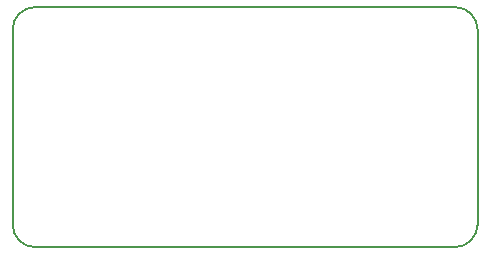
<source format=gbr>
G04 #@! TF.FileFunction,Profile,NP*
%FSLAX46Y46*%
G04 Gerber Fmt 4.6, Leading zero omitted, Abs format (unit mm)*
G04 Created by KiCad (PCBNEW 4.0.5) date 02/13/17 08:06:27*
%MOMM*%
%LPD*%
G01*
G04 APERTURE LIST*
%ADD10C,0.100000*%
%ADD11C,0.150000*%
G04 APERTURE END LIST*
D10*
D11*
X195580000Y-101600000D02*
X160020000Y-101600000D01*
X197485000Y-120015000D02*
X197485000Y-103505000D01*
X160020000Y-121920000D02*
X195580000Y-121920000D01*
X158115000Y-103505000D02*
X158115000Y-120015000D01*
X197485000Y-103505000D02*
G75*
G03X195580000Y-101600000I-1905000J0D01*
G01*
X195580000Y-121920000D02*
G75*
G03X197485000Y-120015000I0J1905000D01*
G01*
X158115000Y-120015000D02*
G75*
G03X160020000Y-121920000I1905000J0D01*
G01*
X160020000Y-101600000D02*
G75*
G03X158115000Y-103505000I0J-1905000D01*
G01*
M02*

</source>
